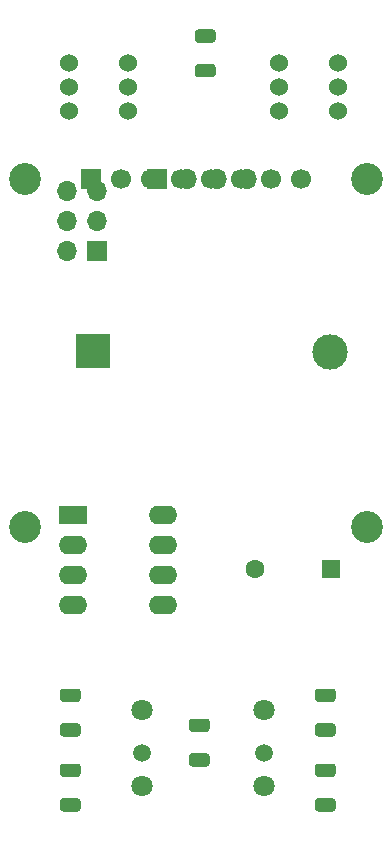
<source format=gbr>
%TF.GenerationSoftware,KiCad,Pcbnew,5.1.7*%
%TF.CreationDate,2020-11-07T17:07:58+01:00*%
%TF.ProjectId,sygeco1,73796765-636f-4312-9e6b-696361645f70,0.1*%
%TF.SameCoordinates,Original*%
%TF.FileFunction,Soldermask,Bot*%
%TF.FilePolarity,Negative*%
%FSLAX46Y46*%
G04 Gerber Fmt 4.6, Leading zero omitted, Abs format (unit mm)*
G04 Created by KiCad (PCBNEW 5.1.7) date 2020-11-07 17:07:58*
%MOMM*%
%LPD*%
G01*
G04 APERTURE LIST*
%ADD10R,3.000000X3.000000*%
%ADD11C,3.000000*%
%ADD12C,1.800000*%
%ADD13C,1.500000*%
%ADD14C,1.524000*%
%ADD15C,1.700000*%
%ADD16R,1.700000X1.700000*%
%ADD17C,2.700000*%
%ADD18O,1.700000X1.700000*%
%ADD19C,1.600000*%
%ADD20R,1.600000X1.600000*%
%ADD21R,2.400000X1.600000*%
%ADD22O,2.400000X1.600000*%
G04 APERTURE END LIST*
D10*
%TO.C,BT1*%
X132740000Y-83670000D03*
D11*
X152790000Y-83770000D03*
%TD*%
D12*
%TO.C,S1*%
X136906000Y-114046000D03*
D13*
X136906000Y-117746000D03*
D12*
X136906000Y-120546000D03*
X147206000Y-120546000D03*
D13*
X147206000Y-117746000D03*
D12*
X147206000Y-114046000D03*
%TD*%
D14*
%TO.C,SW1*%
X130700000Y-63325000D03*
X130700000Y-61325000D03*
X130700000Y-59325000D03*
X135700000Y-63325000D03*
X135700000Y-61325000D03*
X135700000Y-59325000D03*
%TD*%
D15*
%TO.C,REF\u002A\u002A*%
X150368000Y-69088000D03*
X147828000Y-69088000D03*
X145288000Y-69088000D03*
X142748000Y-69088000D03*
X140208000Y-69088000D03*
X137668000Y-69088000D03*
X135128000Y-69088000D03*
D16*
X132588000Y-69088000D03*
D17*
X155956000Y-69088000D03*
X127000000Y-98552000D03*
X155956000Y-98552000D03*
X127000000Y-69088000D03*
%TD*%
D16*
%TO.C,J1*%
X138176000Y-69088000D03*
D18*
X140716000Y-69088000D03*
X143256000Y-69088000D03*
X145796000Y-69088000D03*
%TD*%
D19*
%TO.C,LS1*%
X146408000Y-102108000D03*
D20*
X152908000Y-102108000D03*
%TD*%
%TO.C,R1*%
G36*
G01*
X151774997Y-118625000D02*
X153025003Y-118625000D01*
G75*
G02*
X153275000Y-118874997I0J-249997D01*
G01*
X153275000Y-119500003D01*
G75*
G02*
X153025003Y-119750000I-249997J0D01*
G01*
X151774997Y-119750000D01*
G75*
G02*
X151525000Y-119500003I0J249997D01*
G01*
X151525000Y-118874997D01*
G75*
G02*
X151774997Y-118625000I249997J0D01*
G01*
G37*
G36*
G01*
X151774997Y-121550000D02*
X153025003Y-121550000D01*
G75*
G02*
X153275000Y-121799997I0J-249997D01*
G01*
X153275000Y-122425003D01*
G75*
G02*
X153025003Y-122675000I-249997J0D01*
G01*
X151774997Y-122675000D01*
G75*
G02*
X151525000Y-122425003I0J249997D01*
G01*
X151525000Y-121799997D01*
G75*
G02*
X151774997Y-121550000I249997J0D01*
G01*
G37*
%TD*%
D14*
%TO.C,SW2*%
X153480000Y-59325000D03*
X153480000Y-61325000D03*
X153480000Y-63325000D03*
X148480000Y-59325000D03*
X148480000Y-61325000D03*
X148480000Y-63325000D03*
%TD*%
%TO.C,R2*%
G36*
G01*
X131435003Y-122675000D02*
X130184997Y-122675000D01*
G75*
G02*
X129935000Y-122425003I0J249997D01*
G01*
X129935000Y-121799997D01*
G75*
G02*
X130184997Y-121550000I249997J0D01*
G01*
X131435003Y-121550000D01*
G75*
G02*
X131685000Y-121799997I0J-249997D01*
G01*
X131685000Y-122425003D01*
G75*
G02*
X131435003Y-122675000I-249997J0D01*
G01*
G37*
G36*
G01*
X131435003Y-119750000D02*
X130184997Y-119750000D01*
G75*
G02*
X129935000Y-119500003I0J249997D01*
G01*
X129935000Y-118874997D01*
G75*
G02*
X130184997Y-118625000I249997J0D01*
G01*
X131435003Y-118625000D01*
G75*
G02*
X131685000Y-118874997I0J-249997D01*
G01*
X131685000Y-119500003D01*
G75*
G02*
X131435003Y-119750000I-249997J0D01*
G01*
G37*
%TD*%
%TO.C,R3*%
G36*
G01*
X153025003Y-113400000D02*
X151774997Y-113400000D01*
G75*
G02*
X151525000Y-113150003I0J249997D01*
G01*
X151525000Y-112524997D01*
G75*
G02*
X151774997Y-112275000I249997J0D01*
G01*
X153025003Y-112275000D01*
G75*
G02*
X153275000Y-112524997I0J-249997D01*
G01*
X153275000Y-113150003D01*
G75*
G02*
X153025003Y-113400000I-249997J0D01*
G01*
G37*
G36*
G01*
X153025003Y-116325000D02*
X151774997Y-116325000D01*
G75*
G02*
X151525000Y-116075003I0J249997D01*
G01*
X151525000Y-115449997D01*
G75*
G02*
X151774997Y-115200000I249997J0D01*
G01*
X153025003Y-115200000D01*
G75*
G02*
X153275000Y-115449997I0J-249997D01*
G01*
X153275000Y-116075003D01*
G75*
G02*
X153025003Y-116325000I-249997J0D01*
G01*
G37*
%TD*%
%TO.C,R4*%
G36*
G01*
X130184997Y-115200000D02*
X131435003Y-115200000D01*
G75*
G02*
X131685000Y-115449997I0J-249997D01*
G01*
X131685000Y-116075003D01*
G75*
G02*
X131435003Y-116325000I-249997J0D01*
G01*
X130184997Y-116325000D01*
G75*
G02*
X129935000Y-116075003I0J249997D01*
G01*
X129935000Y-115449997D01*
G75*
G02*
X130184997Y-115200000I249997J0D01*
G01*
G37*
G36*
G01*
X130184997Y-112275000D02*
X131435003Y-112275000D01*
G75*
G02*
X131685000Y-112524997I0J-249997D01*
G01*
X131685000Y-113150003D01*
G75*
G02*
X131435003Y-113400000I-249997J0D01*
G01*
X130184997Y-113400000D01*
G75*
G02*
X129935000Y-113150003I0J249997D01*
G01*
X129935000Y-112524997D01*
G75*
G02*
X130184997Y-112275000I249997J0D01*
G01*
G37*
%TD*%
%TO.C,R5*%
G36*
G01*
X141106997Y-114815000D02*
X142357003Y-114815000D01*
G75*
G02*
X142607000Y-115064997I0J-249997D01*
G01*
X142607000Y-115690003D01*
G75*
G02*
X142357003Y-115940000I-249997J0D01*
G01*
X141106997Y-115940000D01*
G75*
G02*
X140857000Y-115690003I0J249997D01*
G01*
X140857000Y-115064997D01*
G75*
G02*
X141106997Y-114815000I249997J0D01*
G01*
G37*
G36*
G01*
X141106997Y-117740000D02*
X142357003Y-117740000D01*
G75*
G02*
X142607000Y-117989997I0J-249997D01*
G01*
X142607000Y-118615003D01*
G75*
G02*
X142357003Y-118865000I-249997J0D01*
G01*
X141106997Y-118865000D01*
G75*
G02*
X140857000Y-118615003I0J249997D01*
G01*
X140857000Y-117989997D01*
G75*
G02*
X141106997Y-117740000I249997J0D01*
G01*
G37*
%TD*%
D21*
%TO.C,U1*%
X131064000Y-97536000D03*
D22*
X138684000Y-105156000D03*
X131064000Y-100076000D03*
X138684000Y-102616000D03*
X131064000Y-102616000D03*
X138684000Y-100076000D03*
X131064000Y-105156000D03*
X138684000Y-97536000D03*
%TD*%
%TO.C,R6*%
G36*
G01*
X142865001Y-60506500D02*
X141614999Y-60506500D01*
G75*
G02*
X141365000Y-60256501I0J249999D01*
G01*
X141365000Y-59631499D01*
G75*
G02*
X141614999Y-59381500I249999J0D01*
G01*
X142865001Y-59381500D01*
G75*
G02*
X143115000Y-59631499I0J-249999D01*
G01*
X143115000Y-60256501D01*
G75*
G02*
X142865001Y-60506500I-249999J0D01*
G01*
G37*
G36*
G01*
X142865001Y-57581500D02*
X141614999Y-57581500D01*
G75*
G02*
X141365000Y-57331501I0J249999D01*
G01*
X141365000Y-56706499D01*
G75*
G02*
X141614999Y-56456500I249999J0D01*
G01*
X142865001Y-56456500D01*
G75*
G02*
X143115000Y-56706499I0J-249999D01*
G01*
X143115000Y-57331501D01*
G75*
G02*
X142865001Y-57581500I-249999J0D01*
G01*
G37*
%TD*%
D16*
%TO.C,J2*%
X133096000Y-75184000D03*
D18*
X130556000Y-75184000D03*
X133096000Y-72644000D03*
X130556000Y-72644000D03*
X133096000Y-70104000D03*
X130556000Y-70104000D03*
%TD*%
M02*

</source>
